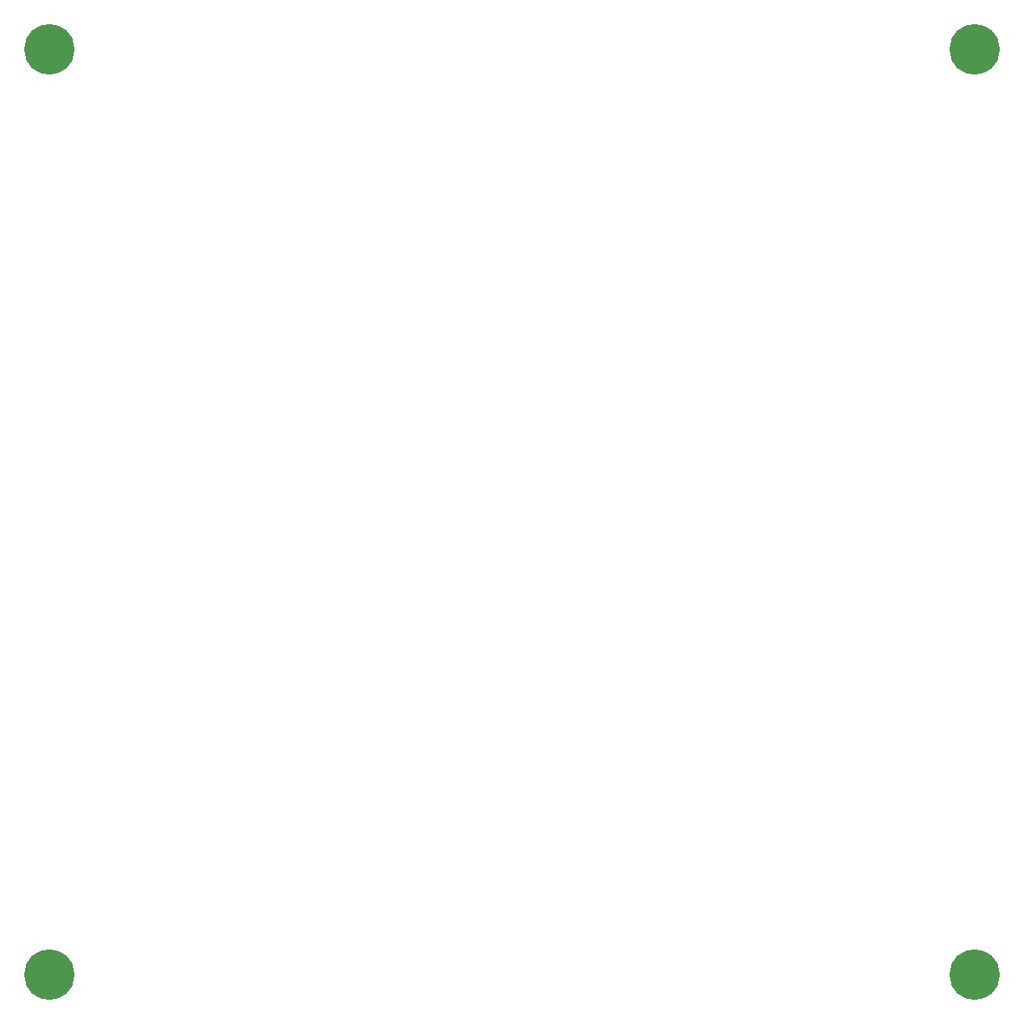
<source format=gts>
G04 #@! TF.GenerationSoftware,KiCad,Pcbnew,(5.1.8)-1*
G04 #@! TF.CreationDate,2024-04-07T02:56:49+02:00*
G04 #@! TF.ProjectId,BulkyMIDI-32 Input Switch FB2,42756c6b-794d-4494-9449-2d333220496e,rev?*
G04 #@! TF.SameCoordinates,Original*
G04 #@! TF.FileFunction,Soldermask,Top*
G04 #@! TF.FilePolarity,Negative*
%FSLAX46Y46*%
G04 Gerber Fmt 4.6, Leading zero omitted, Abs format (unit mm)*
G04 Created by KiCad (PCBNEW (5.1.8)-1) date 2024-04-07 02:56:49*
%MOMM*%
%LPD*%
G01*
G04 APERTURE LIST*
%ADD10C,5.100000*%
G04 APERTURE END LIST*
D10*
X73355000Y-151435000D03*
X167005000Y-151435000D03*
X167005000Y-57785000D03*
X73355000Y-57785000D03*
M02*

</source>
